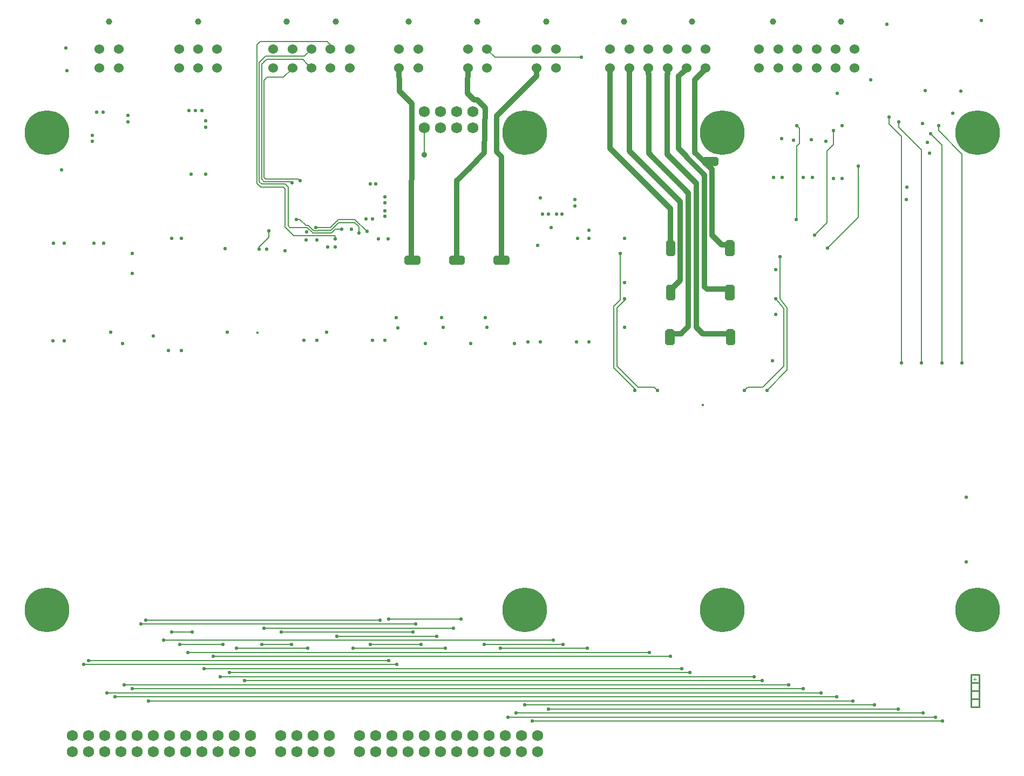
<source format=gbl>
G04*
G04 #@! TF.GenerationSoftware,Altium Limited,Altium Designer,21.4.1 (30)*
G04*
G04 Layer_Physical_Order=4*
G04 Layer_Color=16711680*
%FSLAX25Y25*%
%MOIN*%
G70*
G04*
G04 #@! TF.SameCoordinates,07BA8920-E91E-4FA6-B340-E2803C7595EB*
G04*
G04*
G04 #@! TF.FilePolarity,Positive*
G04*
G01*
G75*
%ADD14C,0.01000*%
%ADD15C,0.00800*%
%ADD92C,0.03937*%
%ADD96C,0.03200*%
%ADD102C,0.00400*%
%ADD103C,0.06000*%
%ADD104C,0.06890*%
%ADD105C,0.27559*%
%ADD106C,0.02165*%
%ADD107C,0.01772*%
%ADD108C,0.03543*%
G36*
X434400Y377406D02*
Y374074D01*
X433166Y372840D01*
X425834D01*
X424600Y374074D01*
Y377406D01*
X425834Y378640D01*
X433166D01*
X434400Y377406D01*
D02*
G37*
G36*
X444400Y325906D02*
Y318574D01*
X443166Y317340D01*
X439834D01*
X438600Y318574D01*
Y325906D01*
X439834Y327140D01*
X443166D01*
X444400Y325906D01*
D02*
G37*
G36*
X407900D02*
Y318574D01*
X406666Y317340D01*
X403334D01*
X402100Y318574D01*
Y325906D01*
X403334Y327140D01*
X406666D01*
X407900Y325906D01*
D02*
G37*
G36*
X305400Y316406D02*
Y313074D01*
X304166Y311840D01*
X296834D01*
X295600Y313074D01*
Y316406D01*
X296834Y317640D01*
X304166D01*
X305400Y316406D01*
D02*
G37*
G36*
X277900D02*
Y313074D01*
X276666Y311840D01*
X269334D01*
X268100Y313074D01*
Y316406D01*
X269334Y317640D01*
X276666D01*
X277900Y316406D01*
D02*
G37*
G36*
X250400D02*
Y313074D01*
X249166Y311840D01*
X241834D01*
X240600Y313074D01*
Y316406D01*
X241834Y317640D01*
X249166D01*
X250400Y316406D01*
D02*
G37*
G36*
X444400Y298406D02*
Y291074D01*
X443166Y289840D01*
X439834D01*
X438600Y291074D01*
Y298406D01*
X439834Y299640D01*
X443166D01*
X444400Y298406D01*
D02*
G37*
G36*
X407900D02*
Y291074D01*
X406666Y289840D01*
X403334D01*
X402100Y291074D01*
Y298406D01*
X403334Y299640D01*
X406666D01*
X407900Y298406D01*
D02*
G37*
G36*
X444900Y270906D02*
Y263574D01*
X443666Y262340D01*
X440334D01*
X439100Y263574D01*
Y270906D01*
X440334Y272140D01*
X443666D01*
X444900Y270906D01*
D02*
G37*
G36*
X407400D02*
Y263574D01*
X406166Y262340D01*
X402834D01*
X401600Y263574D01*
Y270906D01*
X402834Y272140D01*
X406166D01*
X407400Y270906D01*
D02*
G37*
D14*
X595500Y48500D02*
Y53500D01*
X590500Y43500D02*
X595500D01*
X590500Y53500D02*
X595500D01*
X590500Y48500D02*
Y53500D01*
Y48500D02*
X595500D01*
Y53500D02*
Y58500D01*
Y43500D02*
Y48500D01*
Y38500D02*
Y43500D01*
X590500Y53500D02*
Y58500D01*
Y43500D02*
Y48500D01*
Y38500D02*
Y43500D01*
Y38500D02*
X595500D01*
X590500Y58500D02*
X595500D01*
D15*
X180625Y334990D02*
X183822Y331793D01*
Y331419D02*
Y331793D01*
X187352Y333123D02*
X195124D01*
X186945Y332717D02*
X187352Y333123D01*
X185055Y332717D02*
X186945D01*
X184648Y333123D02*
X185055Y332717D01*
X184319Y333123D02*
X184648D01*
X195124D02*
X200000Y338000D01*
X181160Y336282D02*
X184319Y333123D01*
X183822Y331419D02*
X195419D01*
X166875Y335125D02*
X172168Y329832D01*
X181070D01*
X181228Y329990D02*
X197500D01*
X181070Y329832D02*
X181228Y329990D01*
X179718Y336282D02*
X181160D01*
X182764Y433122D02*
X183126Y432712D01*
X177807Y438740D02*
X182764Y433122D01*
X194937Y444917D02*
Y447803D01*
X81000Y92240D02*
X225500D01*
X157000Y328990D02*
Y333000D01*
X151000Y322990D02*
X157000Y328990D01*
X151000Y321500D02*
Y322990D01*
X464500Y234240D02*
X477000Y246740D01*
X464500Y234240D02*
X464760D01*
X450500D02*
X452500Y236240D01*
X462000D01*
X395000D02*
X397000Y234240D01*
X385000Y236240D02*
X395000D01*
X231000Y92740D02*
X275500D01*
X195000Y335000D02*
X200000Y340000D01*
X186000Y335000D02*
X195000D01*
X200000Y340000D02*
X210000D01*
X200000Y338000D02*
X210000D01*
X195419Y331419D02*
X198000Y334000D01*
X170000Y334990D02*
X180625D01*
X168750Y336240D02*
X170000Y334990D01*
X174990Y365000D02*
X176250Y363740D01*
X154740Y365000D02*
X174990D01*
X154000Y365740D02*
X154740Y365000D01*
X252717Y379957D02*
Y396575D01*
X198000Y334000D02*
X202000D01*
X197500Y329990D02*
X198000Y329490D01*
Y328000D02*
Y329490D01*
X166875Y335125D02*
Y358740D01*
X168750Y336240D02*
Y359990D01*
X210000Y338000D02*
X212500Y335500D01*
Y331500D02*
Y335500D01*
X210000Y340000D02*
X217500Y332500D01*
X176000Y340000D02*
X179718Y336282D01*
X174000Y340000D02*
X176000D01*
X329500Y37240D02*
X545500D01*
X540000Y398740D02*
Y403240D01*
Y398740D02*
X547500Y391240D01*
Y251240D02*
Y391240D01*
X97000Y84740D02*
X109500D01*
X477000Y246740D02*
Y285240D01*
X472500Y290740D02*
X477000Y285240D01*
X472500Y290740D02*
Y316740D01*
X462000Y236240D02*
X475000Y249240D01*
Y284740D01*
X470000Y290740D02*
X475000Y284740D01*
X372000Y249240D02*
X385000Y236240D01*
X372000Y249240D02*
Y285240D01*
X376500Y289740D01*
Y290740D01*
X82500Y42240D02*
X517500D01*
X62000Y44740D02*
X507500D01*
X57000Y47240D02*
X498000D01*
X521000Y341240D02*
Y372740D01*
X502000Y322240D02*
X521000Y341240D01*
X72500Y49740D02*
X487000D01*
X505500Y386240D02*
Y394865D01*
X501500Y382240D02*
X505500Y386240D01*
X501500Y337740D02*
Y382240D01*
X494000Y330240D02*
X501500Y337740D01*
X67500Y52240D02*
X478000D01*
X483000Y397740D02*
X484500Y396240D01*
Y386740D02*
Y396240D01*
X483000Y385240D02*
X484500Y386740D01*
X483000Y340240D02*
Y385240D01*
X482500Y339740D02*
X483000Y340240D01*
X142000Y54740D02*
X461500D01*
X127000Y57240D02*
X456500D01*
X132500Y59740D02*
X417000D01*
X117000Y62240D02*
X412000D01*
X122500Y69740D02*
X405000D01*
X165875Y359740D02*
X166875Y358740D01*
X193000Y449740D02*
X194937Y447803D01*
X152000Y359740D02*
X165875D01*
X151500Y449740D02*
X193000D01*
X149500Y447740D02*
X151500Y449740D01*
X149500Y362240D02*
Y447740D01*
Y362240D02*
X152000Y359740D01*
X199000Y82240D02*
X260500D01*
X209000Y74740D02*
X266000D01*
X167000Y361740D02*
X168750Y359990D01*
X183126Y444866D02*
Y444917D01*
X179000Y440740D02*
X183126Y444866D01*
X152500Y361740D02*
X167000D01*
X155000Y440740D02*
X179000D01*
X151000Y436740D02*
X155000Y440740D01*
X151000Y363240D02*
Y436740D01*
Y363240D02*
X152500Y361740D01*
X170500Y363240D02*
X171250Y362490D01*
X155500Y438740D02*
X177807D01*
X154000Y363240D02*
X170500D01*
X152500Y435740D02*
X155500Y438740D01*
X152500Y364740D02*
Y435740D01*
Y364740D02*
X154000Y363240D01*
X219500Y77240D02*
X251000D01*
X166000Y427740D02*
X171315Y432712D01*
X156000Y427740D02*
X166000D01*
X154000Y425740D02*
X156000Y427740D01*
X154000Y365740D02*
Y425740D01*
X164500Y84740D02*
X246000D01*
X152500Y77240D02*
X171000D01*
X137000Y74740D02*
X181000D01*
X154000Y87240D02*
X271000D01*
X370000Y248240D02*
X383000Y235240D01*
X370000Y248240D02*
Y286240D01*
X374000Y290240D01*
Y318740D01*
X102000Y77240D02*
X128500D01*
X92000Y79740D02*
X332500D01*
X290000Y77240D02*
X338500D01*
X300000Y74740D02*
X353500D01*
X291532Y444917D02*
X296524Y440240D01*
X350000D01*
X78000Y89740D02*
X247500D01*
X45500Y67240D02*
X231000D01*
X42500Y64740D02*
X236000D01*
X309500Y34740D02*
X561000D01*
X546000Y396740D02*
Y400240D01*
Y396740D02*
X560000Y382740D01*
Y251240D02*
Y382740D01*
X319500Y29740D02*
X573000D01*
X570500Y394740D02*
Y397740D01*
Y394740D02*
X585000Y380240D01*
Y251240D02*
Y380240D01*
X304500Y32240D02*
X568500D01*
X565500Y392740D02*
X572500Y385740D01*
Y251240D02*
Y385740D01*
X315000Y39740D02*
X531000D01*
X107000Y72240D02*
X392000D01*
D92*
X376075Y462240D02*
D03*
X418177D02*
D03*
X167976D02*
D03*
X198276D02*
D03*
X468075D02*
D03*
X510177D02*
D03*
X113126D02*
D03*
X243126D02*
D03*
X285626D02*
D03*
X328126D02*
D03*
X58126D02*
D03*
D96*
X237500Y419240D02*
X245127Y411613D01*
X245000Y316240D02*
X245127Y411613D01*
X245500Y316240D02*
X246000D01*
X300626Y313614D02*
Y378614D01*
X404685Y319240D02*
Y346555D01*
X246000Y316240D02*
X247500Y314740D01*
X243500D02*
X245000Y316240D01*
X427500Y296740D02*
X441500D01*
X426000Y298240D02*
X427500Y296740D01*
X367500Y433323D02*
X367598Y432712D01*
X367500Y383740D02*
X404685Y346555D01*
X367500Y383740D02*
Y433323D01*
X427500Y373740D02*
Y375740D01*
Y373740D02*
X430500Y370740D01*
X425500Y375740D02*
X427500D01*
X420000Y381240D02*
X425500Y375740D01*
X430500Y330240D02*
Y370740D01*
Y330240D02*
X436500Y324240D01*
X441500D01*
X420000Y381240D02*
Y426240D01*
X426654Y432894D01*
Y432712D02*
Y432894D01*
X410000Y428579D02*
X414843Y432712D01*
X410000Y383740D02*
Y428579D01*
Y383740D02*
X414500Y379240D01*
Y378740D02*
Y379240D01*
Y378740D02*
X426000Y367240D01*
Y298240D02*
Y367240D01*
X403032Y429772D02*
Y432712D01*
X403000Y429740D02*
X403032Y429772D01*
X403000Y380240D02*
X421000Y362240D01*
X403000Y380240D02*
Y429740D01*
X421000Y273240D02*
Y362240D01*
Y273240D02*
X425000Y269240D01*
X442000D01*
X391220Y430020D02*
Y432712D01*
Y430020D02*
X391500Y429740D01*
Y380740D02*
X416000Y356240D01*
X391500Y380740D02*
Y429740D01*
X416000Y273740D02*
Y356240D01*
X411500Y269240D02*
X416000Y273740D01*
X404500Y269240D02*
X411500D01*
X379409Y429331D02*
Y432712D01*
Y429331D02*
X379500Y429240D01*
Y382240D02*
X411000Y350740D01*
X379500Y382240D02*
Y429240D01*
X411000Y302240D02*
Y350740D01*
X405500Y296740D02*
X411000Y302240D01*
X405000Y296740D02*
X405500D01*
X237220Y432712D02*
X237500Y422197D01*
Y419240D02*
Y422197D01*
X273000Y315240D02*
Y363740D01*
X280500Y371240D01*
X290000Y381240D01*
X279500Y422256D02*
X279720Y432712D01*
X279500Y417740D02*
Y422256D01*
Y417740D02*
X283500Y413740D01*
X285500D01*
X290500Y408740D01*
X290000Y381240D02*
X290500Y408740D01*
X322220Y428516D02*
Y432712D01*
X297500Y403795D02*
X322220Y428516D01*
X297500Y381740D02*
X300626Y378614D01*
X297500Y381740D02*
Y403795D01*
D102*
X593900Y55600D02*
X591901D01*
X592900Y56600D01*
Y55267D01*
D103*
X426626Y433441D02*
D03*
X391224D02*
D03*
X426626Y445240D02*
D03*
X391224D02*
D03*
X403028Y433441D02*
D03*
X414827D02*
D03*
X379425D02*
D03*
X367626D02*
D03*
X403028Y445240D02*
D03*
X414827D02*
D03*
X379425D02*
D03*
X367626D02*
D03*
X206724Y433441D02*
D03*
X183126D02*
D03*
X159528D02*
D03*
X206724Y445240D02*
D03*
X183126D02*
D03*
X159528D02*
D03*
X194874Y433441D02*
D03*
X171378D02*
D03*
X194874Y445240D02*
D03*
X171378D02*
D03*
X518626Y433441D02*
D03*
X483224D02*
D03*
X518626Y445240D02*
D03*
X483224D02*
D03*
X495028Y433441D02*
D03*
X506827D02*
D03*
X471425D02*
D03*
X459626D02*
D03*
X495028Y445240D02*
D03*
X506827D02*
D03*
X471425D02*
D03*
X459626D02*
D03*
X101378Y433441D02*
D03*
X113126D02*
D03*
X124874D02*
D03*
Y445240D02*
D03*
X113126D02*
D03*
X101378D02*
D03*
X237224Y433441D02*
D03*
X249028D02*
D03*
Y445240D02*
D03*
X237224D02*
D03*
X279724Y433441D02*
D03*
X291528D02*
D03*
Y445240D02*
D03*
X279724D02*
D03*
X322224Y433441D02*
D03*
X334028D02*
D03*
Y445240D02*
D03*
X322224D02*
D03*
X52224Y433441D02*
D03*
X64028D02*
D03*
Y445240D02*
D03*
X52224D02*
D03*
D104*
X174134Y20748D02*
D03*
Y10748D02*
D03*
X184134D02*
D03*
Y20748D02*
D03*
X194134Y10748D02*
D03*
Y20748D02*
D03*
X164134D02*
D03*
Y10748D02*
D03*
X252717Y396575D02*
D03*
Y406575D02*
D03*
X282717D02*
D03*
Y396575D02*
D03*
X272717Y406575D02*
D03*
Y396575D02*
D03*
X262717D02*
D03*
Y406575D02*
D03*
X65551Y10748D02*
D03*
Y20748D02*
D03*
X105551D02*
D03*
Y10748D02*
D03*
X115551D02*
D03*
Y20748D02*
D03*
X125551Y10748D02*
D03*
Y20748D02*
D03*
X95551D02*
D03*
Y10748D02*
D03*
X85551D02*
D03*
Y20748D02*
D03*
X75551D02*
D03*
Y10748D02*
D03*
X55551Y20748D02*
D03*
Y10748D02*
D03*
X145551Y20748D02*
D03*
Y10748D02*
D03*
X135551Y20748D02*
D03*
Y10748D02*
D03*
X35551D02*
D03*
Y20748D02*
D03*
X45551D02*
D03*
Y10748D02*
D03*
X242717D02*
D03*
Y20748D02*
D03*
X282717D02*
D03*
Y10748D02*
D03*
X292717D02*
D03*
Y20748D02*
D03*
X302717Y10748D02*
D03*
Y20748D02*
D03*
X272717D02*
D03*
Y10748D02*
D03*
X262717D02*
D03*
Y20748D02*
D03*
X252717D02*
D03*
Y10748D02*
D03*
X232717Y20748D02*
D03*
Y10748D02*
D03*
X322717Y20748D02*
D03*
Y10748D02*
D03*
X312717Y20748D02*
D03*
Y10748D02*
D03*
X212717D02*
D03*
Y20748D02*
D03*
X222717D02*
D03*
Y10748D02*
D03*
D105*
X314961Y393701D02*
D03*
X437008D02*
D03*
X594488D02*
D03*
Y98425D02*
D03*
X437008D02*
D03*
X314961D02*
D03*
X19685D02*
D03*
Y393701D02*
D03*
D106*
X180125Y332115D02*
D03*
X468000Y252500D02*
D03*
X224646Y328000D02*
D03*
X230354D02*
D03*
X81000Y92240D02*
D03*
X167000Y320500D02*
D03*
X157000Y333000D02*
D03*
X151000Y321500D02*
D03*
X155500D02*
D03*
X508000Y418000D02*
D03*
X103000Y259000D02*
D03*
X95000D02*
D03*
X118000Y368000D02*
D03*
X109000D02*
D03*
X231000Y92740D02*
D03*
X186000Y335000D02*
D03*
X584200Y419200D02*
D03*
X562200Y419500D02*
D03*
X441500Y296740D02*
D03*
X130000Y322000D02*
D03*
X202000Y334000D02*
D03*
X208000D02*
D03*
X198000Y328000D02*
D03*
X186500Y327240D02*
D03*
X217500Y332500D02*
D03*
X174000Y340000D02*
D03*
X212500Y331500D02*
D03*
X131125Y270240D02*
D03*
X545500Y37240D02*
D03*
X329500D02*
D03*
X547500Y251240D02*
D03*
X540000Y403240D02*
D03*
X109500Y84740D02*
D03*
X97000D02*
D03*
X464500Y234240D02*
D03*
X472500Y316740D02*
D03*
X450500Y234240D02*
D03*
X470000Y290740D02*
D03*
X397000Y234240D02*
D03*
X376500Y290740D02*
D03*
X517500Y42240D02*
D03*
X82500D02*
D03*
X507500Y44740D02*
D03*
X62000D02*
D03*
X498000Y47240D02*
D03*
X57000D02*
D03*
X521000Y372740D02*
D03*
X502000Y322240D02*
D03*
X487000Y49740D02*
D03*
X72500D02*
D03*
X505500Y394865D02*
D03*
X494000Y330240D02*
D03*
X478000Y52240D02*
D03*
X67500D02*
D03*
X483000Y397740D02*
D03*
X482500Y339740D02*
D03*
X427500Y375740D02*
D03*
X431500D02*
D03*
X441500Y324240D02*
D03*
Y320240D02*
D03*
X461500Y54740D02*
D03*
X142000D02*
D03*
X441500Y292740D02*
D03*
X456500Y57240D02*
D03*
X127000D02*
D03*
X442000Y265240D02*
D03*
Y269240D02*
D03*
X417000Y59740D02*
D03*
X132500D02*
D03*
X404500Y264740D02*
D03*
Y269240D02*
D03*
X412000Y62240D02*
D03*
X117000D02*
D03*
X405000Y292740D02*
D03*
Y296740D02*
D03*
Y69740D02*
D03*
X122500D02*
D03*
X199000Y82240D02*
D03*
X260500D02*
D03*
X209000Y74740D02*
D03*
X266000D02*
D03*
X171250Y362490D02*
D03*
X219500Y77240D02*
D03*
X251000D02*
D03*
X275500Y92740D02*
D03*
X176250Y363740D02*
D03*
X197750Y322865D02*
D03*
X217000Y340240D02*
D03*
X221000D02*
D03*
X164500Y84740D02*
D03*
X246000D02*
D03*
X171000Y77240D02*
D03*
X152500D02*
D03*
X181000Y74740D02*
D03*
X137000D02*
D03*
X154000Y87240D02*
D03*
X271000D02*
D03*
X383000Y234240D02*
D03*
X374000Y318740D02*
D03*
X405000Y320240D02*
D03*
Y324240D02*
D03*
X102000Y77240D02*
D03*
X128500D02*
D03*
X118000Y400740D02*
D03*
Y396740D02*
D03*
X97000Y328240D02*
D03*
X115500Y407240D02*
D03*
X111500D02*
D03*
X107500D02*
D03*
X103000Y328240D02*
D03*
X332500Y79740D02*
D03*
X92000D02*
D03*
X338500Y77240D02*
D03*
X290000D02*
D03*
X353500Y74740D02*
D03*
X300000D02*
D03*
X350000Y440240D02*
D03*
X354500Y333240D02*
D03*
X331250Y334740D02*
D03*
X323000Y324000D02*
D03*
X354500Y328240D02*
D03*
X324500Y353240D02*
D03*
X247500Y89740D02*
D03*
X78000D02*
D03*
X247500Y314740D02*
D03*
X243500D02*
D03*
X275000D02*
D03*
X271000D02*
D03*
X302500D02*
D03*
X298500D02*
D03*
X225500Y92240D02*
D03*
X32125Y431990D02*
D03*
X72500Y306490D02*
D03*
X31500Y445740D02*
D03*
X55000Y325240D02*
D03*
X30500D02*
D03*
X70000Y400240D02*
D03*
Y404240D02*
D03*
X50500Y406240D02*
D03*
X54500D02*
D03*
X28800Y370700D02*
D03*
X193250Y322740D02*
D03*
X347500Y328240D02*
D03*
X338000Y343240D02*
D03*
X334500D02*
D03*
X329500D02*
D03*
X326000D02*
D03*
X228500Y353740D02*
D03*
Y350240D02*
D03*
Y345240D02*
D03*
Y341740D02*
D03*
X180000Y327240D02*
D03*
X346000Y348240D02*
D03*
Y352240D02*
D03*
X223000Y361740D02*
D03*
X219500D02*
D03*
X45500Y67240D02*
D03*
X231000D02*
D03*
X42500Y64740D02*
D03*
X236000D02*
D03*
X48000Y388240D02*
D03*
X49000Y325240D02*
D03*
X72500Y318990D02*
D03*
X24000Y325240D02*
D03*
X48000Y391740D02*
D03*
X587500Y168240D02*
D03*
X551000Y359740D02*
D03*
X550500Y352240D02*
D03*
X511000Y397740D02*
D03*
X470000Y281240D02*
D03*
Y308740D02*
D03*
X376500Y273240D02*
D03*
Y300740D02*
D03*
Y328240D02*
D03*
X354500Y264240D02*
D03*
X324500D02*
D03*
X290500Y279240D02*
D03*
X263500D02*
D03*
X235500D02*
D03*
X228500Y265240D02*
D03*
X186500D02*
D03*
X66500Y263240D02*
D03*
X23500Y264740D02*
D03*
X538625Y460490D02*
D03*
X596750Y462990D02*
D03*
X579250Y405490D02*
D03*
X192375Y270240D02*
D03*
X308375Y263365D02*
D03*
X281500D02*
D03*
X253375D02*
D03*
X59250Y270240D02*
D03*
X85500Y267740D02*
D03*
X587500Y128240D02*
D03*
X560500Y399240D02*
D03*
X565000Y380800D02*
D03*
X563600Y387700D02*
D03*
X528500Y426240D02*
D03*
X501000Y388240D02*
D03*
X481000Y388740D02*
D03*
X492000Y389240D02*
D03*
X473500Y389740D02*
D03*
X511000Y365240D02*
D03*
X505500D02*
D03*
X492500Y365740D02*
D03*
X487000D02*
D03*
X474000D02*
D03*
X468500D02*
D03*
X347000Y264240D02*
D03*
X317000D02*
D03*
X291500Y273240D02*
D03*
X264500D02*
D03*
X236500Y272740D02*
D03*
X221000Y265240D02*
D03*
X178500D02*
D03*
X30500Y264740D02*
D03*
X561000Y34740D02*
D03*
X309500D02*
D03*
X560000Y251240D02*
D03*
X546000Y400240D02*
D03*
X573000Y29740D02*
D03*
X319500D02*
D03*
X585000Y251240D02*
D03*
X570500Y397740D02*
D03*
X568500Y32240D02*
D03*
X304500D02*
D03*
X572500Y251240D02*
D03*
X565500Y392740D02*
D03*
X531000Y39740D02*
D03*
X315000D02*
D03*
X392000Y72240D02*
D03*
X107000D02*
D03*
D107*
X424746Y225254D02*
D03*
X150000Y270000D02*
D03*
D108*
X252717Y379957D02*
D03*
M02*

</source>
